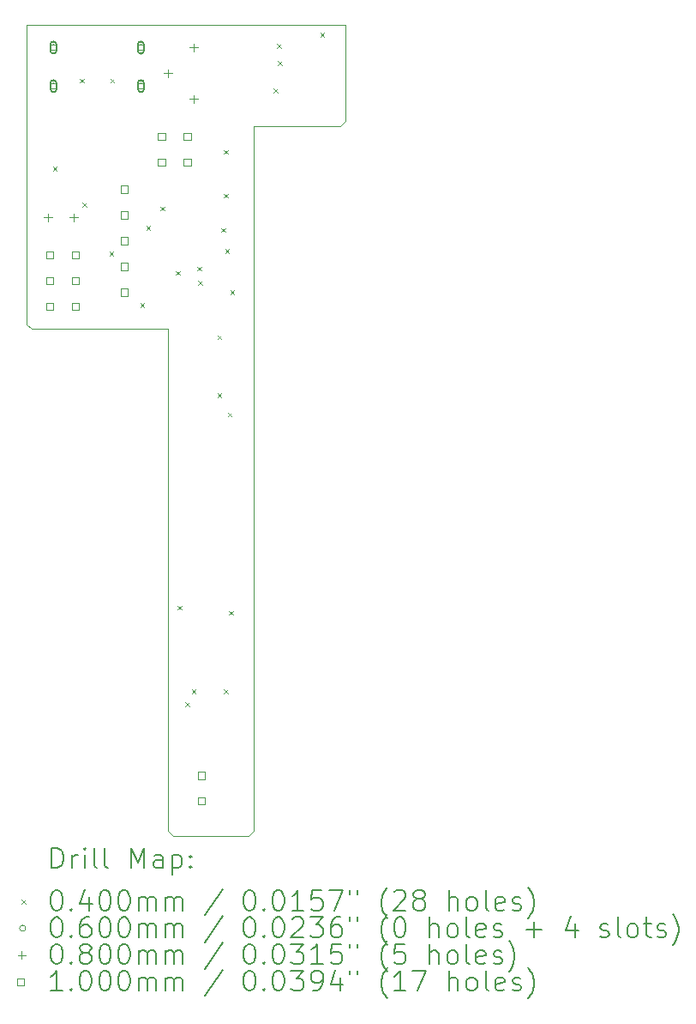
<source format=gbr>
%TF.GenerationSoftware,KiCad,Pcbnew,(6.0.10-0)*%
%TF.CreationDate,2023-11-26T23:43:02+09:00*%
%TF.ProjectId,AutoFeeder_Drum-type,4175746f-4665-4656-9465-725f4472756d,01*%
%TF.SameCoordinates,Original*%
%TF.FileFunction,Drillmap*%
%TF.FilePolarity,Positive*%
%FSLAX45Y45*%
G04 Gerber Fmt 4.5, Leading zero omitted, Abs format (unit mm)*
G04 Created by KiCad (PCBNEW (6.0.10-0)) date 2023-11-26 23:43:02*
%MOMM*%
%LPD*%
G01*
G04 APERTURE LIST*
%ADD10C,0.100000*%
%ADD11C,0.200000*%
%ADD12C,0.040000*%
%ADD13C,0.060000*%
%ADD14C,0.080000*%
G04 APERTURE END LIST*
D10*
X13650000Y-6000000D02*
X16800000Y-6000000D01*
X16800000Y-6000000D02*
X16800000Y-6950000D01*
X15900000Y-7000000D02*
X15900000Y-13950000D01*
X13700000Y-9000000D02*
X15050000Y-9000000D01*
X16750000Y-7000000D02*
X15900000Y-7000000D01*
X15050000Y-13950000D02*
X15100000Y-14000000D01*
X15850000Y-14000000D02*
X15900000Y-13950000D01*
X15100000Y-14000000D02*
X15850000Y-14000000D01*
X15050000Y-9000000D02*
X15050000Y-13950000D01*
X16750000Y-7000000D02*
X16800000Y-6950000D01*
X13650000Y-8950000D02*
X13700000Y-9000000D01*
X13650000Y-6000000D02*
X13650000Y-8950000D01*
D11*
D12*
X13911900Y-7396800D02*
X13951900Y-7436800D01*
X13951900Y-7396800D02*
X13911900Y-7436800D01*
X14178600Y-6530000D02*
X14218600Y-6570000D01*
X14218600Y-6530000D02*
X14178600Y-6570000D01*
X14204000Y-7752400D02*
X14244000Y-7792400D01*
X14244000Y-7752400D02*
X14204000Y-7792400D01*
X14470700Y-8235000D02*
X14510700Y-8275000D01*
X14510700Y-8235000D02*
X14470700Y-8275000D01*
X14480000Y-6530000D02*
X14520000Y-6570000D01*
X14520000Y-6530000D02*
X14480000Y-6570000D01*
X14775500Y-8743000D02*
X14815500Y-8783000D01*
X14815500Y-8743000D02*
X14775500Y-8783000D01*
X14835688Y-7984150D02*
X14875688Y-8024150D01*
X14875688Y-7984150D02*
X14835688Y-8024150D01*
X14972500Y-7790500D02*
X15012500Y-7830500D01*
X15012500Y-7790500D02*
X14972500Y-7830500D01*
X15127350Y-8425500D02*
X15167350Y-8465500D01*
X15167350Y-8425500D02*
X15127350Y-8465500D01*
X15147600Y-11727500D02*
X15187600Y-11767500D01*
X15187600Y-11727500D02*
X15147600Y-11767500D01*
X15220000Y-12680000D02*
X15260000Y-12720000D01*
X15260000Y-12680000D02*
X15220000Y-12720000D01*
X15283500Y-12553000D02*
X15323500Y-12593000D01*
X15323500Y-12553000D02*
X15283500Y-12593000D01*
X15338020Y-8383680D02*
X15378020Y-8423680D01*
X15378020Y-8383680D02*
X15338020Y-8423680D01*
X15349784Y-8524316D02*
X15389784Y-8564316D01*
X15389784Y-8524316D02*
X15349784Y-8564316D01*
X15537500Y-9060500D02*
X15577500Y-9100500D01*
X15577500Y-9060500D02*
X15537500Y-9100500D01*
X15537500Y-9632000D02*
X15577500Y-9672000D01*
X15577500Y-9632000D02*
X15537500Y-9672000D01*
X15578923Y-8001644D02*
X15618923Y-8041644D01*
X15618923Y-8001644D02*
X15578923Y-8041644D01*
X15601000Y-7231700D02*
X15641000Y-7271700D01*
X15641000Y-7231700D02*
X15601000Y-7271700D01*
X15601000Y-12553000D02*
X15641000Y-12593000D01*
X15641000Y-12553000D02*
X15601000Y-12593000D01*
X15602875Y-7663500D02*
X15642875Y-7703500D01*
X15642875Y-7663500D02*
X15602875Y-7703500D01*
X15613700Y-8209600D02*
X15653700Y-8249600D01*
X15653700Y-8209600D02*
X15613700Y-8249600D01*
X15639100Y-9822500D02*
X15679100Y-9862500D01*
X15679100Y-9822500D02*
X15639100Y-9862500D01*
X15651800Y-11778300D02*
X15691800Y-11818300D01*
X15691800Y-11778300D02*
X15651800Y-11818300D01*
X15664500Y-8616000D02*
X15704500Y-8656000D01*
X15704500Y-8616000D02*
X15664500Y-8656000D01*
X16089900Y-6628500D02*
X16129900Y-6668500D01*
X16129900Y-6628500D02*
X16089900Y-6668500D01*
X16127000Y-6185000D02*
X16167000Y-6225000D01*
X16167000Y-6185000D02*
X16127000Y-6225000D01*
X16134400Y-6355400D02*
X16174400Y-6395400D01*
X16174400Y-6355400D02*
X16134400Y-6395400D01*
X16553500Y-6076000D02*
X16593500Y-6116000D01*
X16593500Y-6076000D02*
X16553500Y-6116000D01*
D13*
X13949000Y-6223000D02*
G75*
G03*
X13949000Y-6223000I-30000J0D01*
G01*
D11*
X13889000Y-6193000D02*
X13889000Y-6253000D01*
X13949000Y-6193000D02*
X13949000Y-6253000D01*
X13889000Y-6253000D02*
G75*
G03*
X13949000Y-6253000I30000J0D01*
G01*
X13949000Y-6193000D02*
G75*
G03*
X13889000Y-6193000I-30000J0D01*
G01*
D13*
X13949000Y-6603000D02*
G75*
G03*
X13949000Y-6603000I-30000J0D01*
G01*
D11*
X13889000Y-6573000D02*
X13889000Y-6633000D01*
X13949000Y-6573000D02*
X13949000Y-6633000D01*
X13889000Y-6633000D02*
G75*
G03*
X13949000Y-6633000I30000J0D01*
G01*
X13949000Y-6573000D02*
G75*
G03*
X13889000Y-6573000I-30000J0D01*
G01*
D13*
X14813000Y-6223000D02*
G75*
G03*
X14813000Y-6223000I-30000J0D01*
G01*
D11*
X14753000Y-6193000D02*
X14753000Y-6253000D01*
X14813000Y-6193000D02*
X14813000Y-6253000D01*
X14753000Y-6253000D02*
G75*
G03*
X14813000Y-6253000I30000J0D01*
G01*
X14813000Y-6193000D02*
G75*
G03*
X14753000Y-6193000I-30000J0D01*
G01*
D13*
X14813000Y-6603000D02*
G75*
G03*
X14813000Y-6603000I-30000J0D01*
G01*
D11*
X14753000Y-6573000D02*
X14753000Y-6633000D01*
X14813000Y-6573000D02*
X14813000Y-6633000D01*
X14753000Y-6633000D02*
G75*
G03*
X14813000Y-6633000I30000J0D01*
G01*
X14813000Y-6573000D02*
G75*
G03*
X14753000Y-6573000I-30000J0D01*
G01*
D14*
X13866400Y-7859400D02*
X13866400Y-7939400D01*
X13826400Y-7899400D02*
X13906400Y-7899400D01*
X14120400Y-7859400D02*
X14120400Y-7939400D01*
X14080400Y-7899400D02*
X14160400Y-7899400D01*
X15049500Y-6437000D02*
X15049500Y-6517000D01*
X15009500Y-6477000D02*
X15089500Y-6477000D01*
X15303500Y-6183000D02*
X15303500Y-6263000D01*
X15263500Y-6223000D02*
X15343500Y-6223000D01*
X15303500Y-6691000D02*
X15303500Y-6771000D01*
X15263500Y-6731000D02*
X15343500Y-6731000D01*
D10*
X13916456Y-8303056D02*
X13916456Y-8232344D01*
X13845744Y-8232344D01*
X13845744Y-8303056D01*
X13916456Y-8303056D01*
X13916456Y-8557056D02*
X13916456Y-8486344D01*
X13845744Y-8486344D01*
X13845744Y-8557056D01*
X13916456Y-8557056D01*
X13916456Y-8811056D02*
X13916456Y-8740344D01*
X13845744Y-8740344D01*
X13845744Y-8811056D01*
X13916456Y-8811056D01*
X14170456Y-8303056D02*
X14170456Y-8232344D01*
X14099744Y-8232344D01*
X14099744Y-8303056D01*
X14170456Y-8303056D01*
X14170456Y-8557056D02*
X14170456Y-8486344D01*
X14099744Y-8486344D01*
X14099744Y-8557056D01*
X14170456Y-8557056D01*
X14170456Y-8811056D02*
X14170456Y-8740344D01*
X14099744Y-8740344D01*
X14099744Y-8811056D01*
X14170456Y-8811056D01*
X14653056Y-7655356D02*
X14653056Y-7584644D01*
X14582344Y-7584644D01*
X14582344Y-7655356D01*
X14653056Y-7655356D01*
X14653056Y-7909356D02*
X14653056Y-7838644D01*
X14582344Y-7838644D01*
X14582344Y-7909356D01*
X14653056Y-7909356D01*
X14653056Y-8163356D02*
X14653056Y-8092644D01*
X14582344Y-8092644D01*
X14582344Y-8163356D01*
X14653056Y-8163356D01*
X14653056Y-8417356D02*
X14653056Y-8346644D01*
X14582344Y-8346644D01*
X14582344Y-8417356D01*
X14653056Y-8417356D01*
X14653056Y-8671356D02*
X14653056Y-8600644D01*
X14582344Y-8600644D01*
X14582344Y-8671356D01*
X14653056Y-8671356D01*
X15021356Y-7134656D02*
X15021356Y-7063944D01*
X14950644Y-7063944D01*
X14950644Y-7134656D01*
X15021356Y-7134656D01*
X15021356Y-7388656D02*
X15021356Y-7317944D01*
X14950644Y-7317944D01*
X14950644Y-7388656D01*
X15021356Y-7388656D01*
X15275356Y-7134656D02*
X15275356Y-7063944D01*
X15204644Y-7063944D01*
X15204644Y-7134656D01*
X15275356Y-7134656D01*
X15275356Y-7388656D02*
X15275356Y-7317944D01*
X15204644Y-7317944D01*
X15204644Y-7388656D01*
X15275356Y-7388656D01*
X15413356Y-13437856D02*
X15413356Y-13367144D01*
X15342644Y-13367144D01*
X15342644Y-13437856D01*
X15413356Y-13437856D01*
X15413356Y-13687856D02*
X15413356Y-13617144D01*
X15342644Y-13617144D01*
X15342644Y-13687856D01*
X15413356Y-13687856D01*
D11*
X13902619Y-14315476D02*
X13902619Y-14115476D01*
X13950238Y-14115476D01*
X13978809Y-14125000D01*
X13997857Y-14144048D01*
X14007381Y-14163095D01*
X14016905Y-14201190D01*
X14016905Y-14229762D01*
X14007381Y-14267857D01*
X13997857Y-14286905D01*
X13978809Y-14305952D01*
X13950238Y-14315476D01*
X13902619Y-14315476D01*
X14102619Y-14315476D02*
X14102619Y-14182143D01*
X14102619Y-14220238D02*
X14112143Y-14201190D01*
X14121667Y-14191667D01*
X14140714Y-14182143D01*
X14159762Y-14182143D01*
X14226428Y-14315476D02*
X14226428Y-14182143D01*
X14226428Y-14115476D02*
X14216905Y-14125000D01*
X14226428Y-14134524D01*
X14235952Y-14125000D01*
X14226428Y-14115476D01*
X14226428Y-14134524D01*
X14350238Y-14315476D02*
X14331190Y-14305952D01*
X14321667Y-14286905D01*
X14321667Y-14115476D01*
X14455000Y-14315476D02*
X14435952Y-14305952D01*
X14426428Y-14286905D01*
X14426428Y-14115476D01*
X14683571Y-14315476D02*
X14683571Y-14115476D01*
X14750238Y-14258333D01*
X14816905Y-14115476D01*
X14816905Y-14315476D01*
X14997857Y-14315476D02*
X14997857Y-14210714D01*
X14988333Y-14191667D01*
X14969286Y-14182143D01*
X14931190Y-14182143D01*
X14912143Y-14191667D01*
X14997857Y-14305952D02*
X14978809Y-14315476D01*
X14931190Y-14315476D01*
X14912143Y-14305952D01*
X14902619Y-14286905D01*
X14902619Y-14267857D01*
X14912143Y-14248809D01*
X14931190Y-14239286D01*
X14978809Y-14239286D01*
X14997857Y-14229762D01*
X15093095Y-14182143D02*
X15093095Y-14382143D01*
X15093095Y-14191667D02*
X15112143Y-14182143D01*
X15150238Y-14182143D01*
X15169286Y-14191667D01*
X15178809Y-14201190D01*
X15188333Y-14220238D01*
X15188333Y-14277381D01*
X15178809Y-14296428D01*
X15169286Y-14305952D01*
X15150238Y-14315476D01*
X15112143Y-14315476D01*
X15093095Y-14305952D01*
X15274048Y-14296428D02*
X15283571Y-14305952D01*
X15274048Y-14315476D01*
X15264524Y-14305952D01*
X15274048Y-14296428D01*
X15274048Y-14315476D01*
X15274048Y-14191667D02*
X15283571Y-14201190D01*
X15274048Y-14210714D01*
X15264524Y-14201190D01*
X15274048Y-14191667D01*
X15274048Y-14210714D01*
D12*
X13605000Y-14625000D02*
X13645000Y-14665000D01*
X13645000Y-14625000D02*
X13605000Y-14665000D01*
D11*
X13940714Y-14535476D02*
X13959762Y-14535476D01*
X13978809Y-14545000D01*
X13988333Y-14554524D01*
X13997857Y-14573571D01*
X14007381Y-14611667D01*
X14007381Y-14659286D01*
X13997857Y-14697381D01*
X13988333Y-14716428D01*
X13978809Y-14725952D01*
X13959762Y-14735476D01*
X13940714Y-14735476D01*
X13921667Y-14725952D01*
X13912143Y-14716428D01*
X13902619Y-14697381D01*
X13893095Y-14659286D01*
X13893095Y-14611667D01*
X13902619Y-14573571D01*
X13912143Y-14554524D01*
X13921667Y-14545000D01*
X13940714Y-14535476D01*
X14093095Y-14716428D02*
X14102619Y-14725952D01*
X14093095Y-14735476D01*
X14083571Y-14725952D01*
X14093095Y-14716428D01*
X14093095Y-14735476D01*
X14274048Y-14602143D02*
X14274048Y-14735476D01*
X14226428Y-14525952D02*
X14178809Y-14668809D01*
X14302619Y-14668809D01*
X14416905Y-14535476D02*
X14435952Y-14535476D01*
X14455000Y-14545000D01*
X14464524Y-14554524D01*
X14474048Y-14573571D01*
X14483571Y-14611667D01*
X14483571Y-14659286D01*
X14474048Y-14697381D01*
X14464524Y-14716428D01*
X14455000Y-14725952D01*
X14435952Y-14735476D01*
X14416905Y-14735476D01*
X14397857Y-14725952D01*
X14388333Y-14716428D01*
X14378809Y-14697381D01*
X14369286Y-14659286D01*
X14369286Y-14611667D01*
X14378809Y-14573571D01*
X14388333Y-14554524D01*
X14397857Y-14545000D01*
X14416905Y-14535476D01*
X14607381Y-14535476D02*
X14626428Y-14535476D01*
X14645476Y-14545000D01*
X14655000Y-14554524D01*
X14664524Y-14573571D01*
X14674048Y-14611667D01*
X14674048Y-14659286D01*
X14664524Y-14697381D01*
X14655000Y-14716428D01*
X14645476Y-14725952D01*
X14626428Y-14735476D01*
X14607381Y-14735476D01*
X14588333Y-14725952D01*
X14578809Y-14716428D01*
X14569286Y-14697381D01*
X14559762Y-14659286D01*
X14559762Y-14611667D01*
X14569286Y-14573571D01*
X14578809Y-14554524D01*
X14588333Y-14545000D01*
X14607381Y-14535476D01*
X14759762Y-14735476D02*
X14759762Y-14602143D01*
X14759762Y-14621190D02*
X14769286Y-14611667D01*
X14788333Y-14602143D01*
X14816905Y-14602143D01*
X14835952Y-14611667D01*
X14845476Y-14630714D01*
X14845476Y-14735476D01*
X14845476Y-14630714D02*
X14855000Y-14611667D01*
X14874048Y-14602143D01*
X14902619Y-14602143D01*
X14921667Y-14611667D01*
X14931190Y-14630714D01*
X14931190Y-14735476D01*
X15026428Y-14735476D02*
X15026428Y-14602143D01*
X15026428Y-14621190D02*
X15035952Y-14611667D01*
X15055000Y-14602143D01*
X15083571Y-14602143D01*
X15102619Y-14611667D01*
X15112143Y-14630714D01*
X15112143Y-14735476D01*
X15112143Y-14630714D02*
X15121667Y-14611667D01*
X15140714Y-14602143D01*
X15169286Y-14602143D01*
X15188333Y-14611667D01*
X15197857Y-14630714D01*
X15197857Y-14735476D01*
X15588333Y-14525952D02*
X15416905Y-14783095D01*
X15845476Y-14535476D02*
X15864524Y-14535476D01*
X15883571Y-14545000D01*
X15893095Y-14554524D01*
X15902619Y-14573571D01*
X15912143Y-14611667D01*
X15912143Y-14659286D01*
X15902619Y-14697381D01*
X15893095Y-14716428D01*
X15883571Y-14725952D01*
X15864524Y-14735476D01*
X15845476Y-14735476D01*
X15826428Y-14725952D01*
X15816905Y-14716428D01*
X15807381Y-14697381D01*
X15797857Y-14659286D01*
X15797857Y-14611667D01*
X15807381Y-14573571D01*
X15816905Y-14554524D01*
X15826428Y-14545000D01*
X15845476Y-14535476D01*
X15997857Y-14716428D02*
X16007381Y-14725952D01*
X15997857Y-14735476D01*
X15988333Y-14725952D01*
X15997857Y-14716428D01*
X15997857Y-14735476D01*
X16131190Y-14535476D02*
X16150238Y-14535476D01*
X16169286Y-14545000D01*
X16178809Y-14554524D01*
X16188333Y-14573571D01*
X16197857Y-14611667D01*
X16197857Y-14659286D01*
X16188333Y-14697381D01*
X16178809Y-14716428D01*
X16169286Y-14725952D01*
X16150238Y-14735476D01*
X16131190Y-14735476D01*
X16112143Y-14725952D01*
X16102619Y-14716428D01*
X16093095Y-14697381D01*
X16083571Y-14659286D01*
X16083571Y-14611667D01*
X16093095Y-14573571D01*
X16102619Y-14554524D01*
X16112143Y-14545000D01*
X16131190Y-14535476D01*
X16388333Y-14735476D02*
X16274048Y-14735476D01*
X16331190Y-14735476D02*
X16331190Y-14535476D01*
X16312143Y-14564048D01*
X16293095Y-14583095D01*
X16274048Y-14592619D01*
X16569286Y-14535476D02*
X16474048Y-14535476D01*
X16464524Y-14630714D01*
X16474048Y-14621190D01*
X16493095Y-14611667D01*
X16540714Y-14611667D01*
X16559762Y-14621190D01*
X16569286Y-14630714D01*
X16578809Y-14649762D01*
X16578809Y-14697381D01*
X16569286Y-14716428D01*
X16559762Y-14725952D01*
X16540714Y-14735476D01*
X16493095Y-14735476D01*
X16474048Y-14725952D01*
X16464524Y-14716428D01*
X16645476Y-14535476D02*
X16778810Y-14535476D01*
X16693095Y-14735476D01*
X16845476Y-14535476D02*
X16845476Y-14573571D01*
X16921667Y-14535476D02*
X16921667Y-14573571D01*
X17216905Y-14811667D02*
X17207381Y-14802143D01*
X17188333Y-14773571D01*
X17178810Y-14754524D01*
X17169286Y-14725952D01*
X17159762Y-14678333D01*
X17159762Y-14640238D01*
X17169286Y-14592619D01*
X17178810Y-14564048D01*
X17188333Y-14545000D01*
X17207381Y-14516428D01*
X17216905Y-14506905D01*
X17283571Y-14554524D02*
X17293095Y-14545000D01*
X17312143Y-14535476D01*
X17359762Y-14535476D01*
X17378810Y-14545000D01*
X17388333Y-14554524D01*
X17397857Y-14573571D01*
X17397857Y-14592619D01*
X17388333Y-14621190D01*
X17274048Y-14735476D01*
X17397857Y-14735476D01*
X17512143Y-14621190D02*
X17493095Y-14611667D01*
X17483571Y-14602143D01*
X17474048Y-14583095D01*
X17474048Y-14573571D01*
X17483571Y-14554524D01*
X17493095Y-14545000D01*
X17512143Y-14535476D01*
X17550238Y-14535476D01*
X17569286Y-14545000D01*
X17578810Y-14554524D01*
X17588333Y-14573571D01*
X17588333Y-14583095D01*
X17578810Y-14602143D01*
X17569286Y-14611667D01*
X17550238Y-14621190D01*
X17512143Y-14621190D01*
X17493095Y-14630714D01*
X17483571Y-14640238D01*
X17474048Y-14659286D01*
X17474048Y-14697381D01*
X17483571Y-14716428D01*
X17493095Y-14725952D01*
X17512143Y-14735476D01*
X17550238Y-14735476D01*
X17569286Y-14725952D01*
X17578810Y-14716428D01*
X17588333Y-14697381D01*
X17588333Y-14659286D01*
X17578810Y-14640238D01*
X17569286Y-14630714D01*
X17550238Y-14621190D01*
X17826429Y-14735476D02*
X17826429Y-14535476D01*
X17912143Y-14735476D02*
X17912143Y-14630714D01*
X17902619Y-14611667D01*
X17883571Y-14602143D01*
X17855000Y-14602143D01*
X17835952Y-14611667D01*
X17826429Y-14621190D01*
X18035952Y-14735476D02*
X18016905Y-14725952D01*
X18007381Y-14716428D01*
X17997857Y-14697381D01*
X17997857Y-14640238D01*
X18007381Y-14621190D01*
X18016905Y-14611667D01*
X18035952Y-14602143D01*
X18064524Y-14602143D01*
X18083571Y-14611667D01*
X18093095Y-14621190D01*
X18102619Y-14640238D01*
X18102619Y-14697381D01*
X18093095Y-14716428D01*
X18083571Y-14725952D01*
X18064524Y-14735476D01*
X18035952Y-14735476D01*
X18216905Y-14735476D02*
X18197857Y-14725952D01*
X18188333Y-14706905D01*
X18188333Y-14535476D01*
X18369286Y-14725952D02*
X18350238Y-14735476D01*
X18312143Y-14735476D01*
X18293095Y-14725952D01*
X18283571Y-14706905D01*
X18283571Y-14630714D01*
X18293095Y-14611667D01*
X18312143Y-14602143D01*
X18350238Y-14602143D01*
X18369286Y-14611667D01*
X18378810Y-14630714D01*
X18378810Y-14649762D01*
X18283571Y-14668809D01*
X18455000Y-14725952D02*
X18474048Y-14735476D01*
X18512143Y-14735476D01*
X18531190Y-14725952D01*
X18540714Y-14706905D01*
X18540714Y-14697381D01*
X18531190Y-14678333D01*
X18512143Y-14668809D01*
X18483571Y-14668809D01*
X18464524Y-14659286D01*
X18455000Y-14640238D01*
X18455000Y-14630714D01*
X18464524Y-14611667D01*
X18483571Y-14602143D01*
X18512143Y-14602143D01*
X18531190Y-14611667D01*
X18607381Y-14811667D02*
X18616905Y-14802143D01*
X18635952Y-14773571D01*
X18645476Y-14754524D01*
X18655000Y-14725952D01*
X18664524Y-14678333D01*
X18664524Y-14640238D01*
X18655000Y-14592619D01*
X18645476Y-14564048D01*
X18635952Y-14545000D01*
X18616905Y-14516428D01*
X18607381Y-14506905D01*
D13*
X13645000Y-14909000D02*
G75*
G03*
X13645000Y-14909000I-30000J0D01*
G01*
D11*
X13940714Y-14799476D02*
X13959762Y-14799476D01*
X13978809Y-14809000D01*
X13988333Y-14818524D01*
X13997857Y-14837571D01*
X14007381Y-14875667D01*
X14007381Y-14923286D01*
X13997857Y-14961381D01*
X13988333Y-14980428D01*
X13978809Y-14989952D01*
X13959762Y-14999476D01*
X13940714Y-14999476D01*
X13921667Y-14989952D01*
X13912143Y-14980428D01*
X13902619Y-14961381D01*
X13893095Y-14923286D01*
X13893095Y-14875667D01*
X13902619Y-14837571D01*
X13912143Y-14818524D01*
X13921667Y-14809000D01*
X13940714Y-14799476D01*
X14093095Y-14980428D02*
X14102619Y-14989952D01*
X14093095Y-14999476D01*
X14083571Y-14989952D01*
X14093095Y-14980428D01*
X14093095Y-14999476D01*
X14274048Y-14799476D02*
X14235952Y-14799476D01*
X14216905Y-14809000D01*
X14207381Y-14818524D01*
X14188333Y-14847095D01*
X14178809Y-14885190D01*
X14178809Y-14961381D01*
X14188333Y-14980428D01*
X14197857Y-14989952D01*
X14216905Y-14999476D01*
X14255000Y-14999476D01*
X14274048Y-14989952D01*
X14283571Y-14980428D01*
X14293095Y-14961381D01*
X14293095Y-14913762D01*
X14283571Y-14894714D01*
X14274048Y-14885190D01*
X14255000Y-14875667D01*
X14216905Y-14875667D01*
X14197857Y-14885190D01*
X14188333Y-14894714D01*
X14178809Y-14913762D01*
X14416905Y-14799476D02*
X14435952Y-14799476D01*
X14455000Y-14809000D01*
X14464524Y-14818524D01*
X14474048Y-14837571D01*
X14483571Y-14875667D01*
X14483571Y-14923286D01*
X14474048Y-14961381D01*
X14464524Y-14980428D01*
X14455000Y-14989952D01*
X14435952Y-14999476D01*
X14416905Y-14999476D01*
X14397857Y-14989952D01*
X14388333Y-14980428D01*
X14378809Y-14961381D01*
X14369286Y-14923286D01*
X14369286Y-14875667D01*
X14378809Y-14837571D01*
X14388333Y-14818524D01*
X14397857Y-14809000D01*
X14416905Y-14799476D01*
X14607381Y-14799476D02*
X14626428Y-14799476D01*
X14645476Y-14809000D01*
X14655000Y-14818524D01*
X14664524Y-14837571D01*
X14674048Y-14875667D01*
X14674048Y-14923286D01*
X14664524Y-14961381D01*
X14655000Y-14980428D01*
X14645476Y-14989952D01*
X14626428Y-14999476D01*
X14607381Y-14999476D01*
X14588333Y-14989952D01*
X14578809Y-14980428D01*
X14569286Y-14961381D01*
X14559762Y-14923286D01*
X14559762Y-14875667D01*
X14569286Y-14837571D01*
X14578809Y-14818524D01*
X14588333Y-14809000D01*
X14607381Y-14799476D01*
X14759762Y-14999476D02*
X14759762Y-14866143D01*
X14759762Y-14885190D02*
X14769286Y-14875667D01*
X14788333Y-14866143D01*
X14816905Y-14866143D01*
X14835952Y-14875667D01*
X14845476Y-14894714D01*
X14845476Y-14999476D01*
X14845476Y-14894714D02*
X14855000Y-14875667D01*
X14874048Y-14866143D01*
X14902619Y-14866143D01*
X14921667Y-14875667D01*
X14931190Y-14894714D01*
X14931190Y-14999476D01*
X15026428Y-14999476D02*
X15026428Y-14866143D01*
X15026428Y-14885190D02*
X15035952Y-14875667D01*
X15055000Y-14866143D01*
X15083571Y-14866143D01*
X15102619Y-14875667D01*
X15112143Y-14894714D01*
X15112143Y-14999476D01*
X15112143Y-14894714D02*
X15121667Y-14875667D01*
X15140714Y-14866143D01*
X15169286Y-14866143D01*
X15188333Y-14875667D01*
X15197857Y-14894714D01*
X15197857Y-14999476D01*
X15588333Y-14789952D02*
X15416905Y-15047095D01*
X15845476Y-14799476D02*
X15864524Y-14799476D01*
X15883571Y-14809000D01*
X15893095Y-14818524D01*
X15902619Y-14837571D01*
X15912143Y-14875667D01*
X15912143Y-14923286D01*
X15902619Y-14961381D01*
X15893095Y-14980428D01*
X15883571Y-14989952D01*
X15864524Y-14999476D01*
X15845476Y-14999476D01*
X15826428Y-14989952D01*
X15816905Y-14980428D01*
X15807381Y-14961381D01*
X15797857Y-14923286D01*
X15797857Y-14875667D01*
X15807381Y-14837571D01*
X15816905Y-14818524D01*
X15826428Y-14809000D01*
X15845476Y-14799476D01*
X15997857Y-14980428D02*
X16007381Y-14989952D01*
X15997857Y-14999476D01*
X15988333Y-14989952D01*
X15997857Y-14980428D01*
X15997857Y-14999476D01*
X16131190Y-14799476D02*
X16150238Y-14799476D01*
X16169286Y-14809000D01*
X16178809Y-14818524D01*
X16188333Y-14837571D01*
X16197857Y-14875667D01*
X16197857Y-14923286D01*
X16188333Y-14961381D01*
X16178809Y-14980428D01*
X16169286Y-14989952D01*
X16150238Y-14999476D01*
X16131190Y-14999476D01*
X16112143Y-14989952D01*
X16102619Y-14980428D01*
X16093095Y-14961381D01*
X16083571Y-14923286D01*
X16083571Y-14875667D01*
X16093095Y-14837571D01*
X16102619Y-14818524D01*
X16112143Y-14809000D01*
X16131190Y-14799476D01*
X16274048Y-14818524D02*
X16283571Y-14809000D01*
X16302619Y-14799476D01*
X16350238Y-14799476D01*
X16369286Y-14809000D01*
X16378809Y-14818524D01*
X16388333Y-14837571D01*
X16388333Y-14856619D01*
X16378809Y-14885190D01*
X16264524Y-14999476D01*
X16388333Y-14999476D01*
X16455000Y-14799476D02*
X16578809Y-14799476D01*
X16512143Y-14875667D01*
X16540714Y-14875667D01*
X16559762Y-14885190D01*
X16569286Y-14894714D01*
X16578809Y-14913762D01*
X16578809Y-14961381D01*
X16569286Y-14980428D01*
X16559762Y-14989952D01*
X16540714Y-14999476D01*
X16483571Y-14999476D01*
X16464524Y-14989952D01*
X16455000Y-14980428D01*
X16750238Y-14799476D02*
X16712143Y-14799476D01*
X16693095Y-14809000D01*
X16683571Y-14818524D01*
X16664524Y-14847095D01*
X16655000Y-14885190D01*
X16655000Y-14961381D01*
X16664524Y-14980428D01*
X16674048Y-14989952D01*
X16693095Y-14999476D01*
X16731190Y-14999476D01*
X16750238Y-14989952D01*
X16759762Y-14980428D01*
X16769286Y-14961381D01*
X16769286Y-14913762D01*
X16759762Y-14894714D01*
X16750238Y-14885190D01*
X16731190Y-14875667D01*
X16693095Y-14875667D01*
X16674048Y-14885190D01*
X16664524Y-14894714D01*
X16655000Y-14913762D01*
X16845476Y-14799476D02*
X16845476Y-14837571D01*
X16921667Y-14799476D02*
X16921667Y-14837571D01*
X17216905Y-15075667D02*
X17207381Y-15066143D01*
X17188333Y-15037571D01*
X17178810Y-15018524D01*
X17169286Y-14989952D01*
X17159762Y-14942333D01*
X17159762Y-14904238D01*
X17169286Y-14856619D01*
X17178810Y-14828048D01*
X17188333Y-14809000D01*
X17207381Y-14780428D01*
X17216905Y-14770905D01*
X17331190Y-14799476D02*
X17350238Y-14799476D01*
X17369286Y-14809000D01*
X17378810Y-14818524D01*
X17388333Y-14837571D01*
X17397857Y-14875667D01*
X17397857Y-14923286D01*
X17388333Y-14961381D01*
X17378810Y-14980428D01*
X17369286Y-14989952D01*
X17350238Y-14999476D01*
X17331190Y-14999476D01*
X17312143Y-14989952D01*
X17302619Y-14980428D01*
X17293095Y-14961381D01*
X17283571Y-14923286D01*
X17283571Y-14875667D01*
X17293095Y-14837571D01*
X17302619Y-14818524D01*
X17312143Y-14809000D01*
X17331190Y-14799476D01*
X17635952Y-14999476D02*
X17635952Y-14799476D01*
X17721667Y-14999476D02*
X17721667Y-14894714D01*
X17712143Y-14875667D01*
X17693095Y-14866143D01*
X17664524Y-14866143D01*
X17645476Y-14875667D01*
X17635952Y-14885190D01*
X17845476Y-14999476D02*
X17826429Y-14989952D01*
X17816905Y-14980428D01*
X17807381Y-14961381D01*
X17807381Y-14904238D01*
X17816905Y-14885190D01*
X17826429Y-14875667D01*
X17845476Y-14866143D01*
X17874048Y-14866143D01*
X17893095Y-14875667D01*
X17902619Y-14885190D01*
X17912143Y-14904238D01*
X17912143Y-14961381D01*
X17902619Y-14980428D01*
X17893095Y-14989952D01*
X17874048Y-14999476D01*
X17845476Y-14999476D01*
X18026429Y-14999476D02*
X18007381Y-14989952D01*
X17997857Y-14970905D01*
X17997857Y-14799476D01*
X18178810Y-14989952D02*
X18159762Y-14999476D01*
X18121667Y-14999476D01*
X18102619Y-14989952D01*
X18093095Y-14970905D01*
X18093095Y-14894714D01*
X18102619Y-14875667D01*
X18121667Y-14866143D01*
X18159762Y-14866143D01*
X18178810Y-14875667D01*
X18188333Y-14894714D01*
X18188333Y-14913762D01*
X18093095Y-14932809D01*
X18264524Y-14989952D02*
X18283571Y-14999476D01*
X18321667Y-14999476D01*
X18340714Y-14989952D01*
X18350238Y-14970905D01*
X18350238Y-14961381D01*
X18340714Y-14942333D01*
X18321667Y-14932809D01*
X18293095Y-14932809D01*
X18274048Y-14923286D01*
X18264524Y-14904238D01*
X18264524Y-14894714D01*
X18274048Y-14875667D01*
X18293095Y-14866143D01*
X18321667Y-14866143D01*
X18340714Y-14875667D01*
X18588333Y-14923286D02*
X18740714Y-14923286D01*
X18664524Y-14999476D02*
X18664524Y-14847095D01*
X19074048Y-14866143D02*
X19074048Y-14999476D01*
X19026429Y-14789952D02*
X18978810Y-14932809D01*
X19102619Y-14932809D01*
X19321667Y-14989952D02*
X19340714Y-14999476D01*
X19378810Y-14999476D01*
X19397857Y-14989952D01*
X19407381Y-14970905D01*
X19407381Y-14961381D01*
X19397857Y-14942333D01*
X19378810Y-14932809D01*
X19350238Y-14932809D01*
X19331190Y-14923286D01*
X19321667Y-14904238D01*
X19321667Y-14894714D01*
X19331190Y-14875667D01*
X19350238Y-14866143D01*
X19378810Y-14866143D01*
X19397857Y-14875667D01*
X19521667Y-14999476D02*
X19502619Y-14989952D01*
X19493095Y-14970905D01*
X19493095Y-14799476D01*
X19626429Y-14999476D02*
X19607381Y-14989952D01*
X19597857Y-14980428D01*
X19588333Y-14961381D01*
X19588333Y-14904238D01*
X19597857Y-14885190D01*
X19607381Y-14875667D01*
X19626429Y-14866143D01*
X19655000Y-14866143D01*
X19674048Y-14875667D01*
X19683571Y-14885190D01*
X19693095Y-14904238D01*
X19693095Y-14961381D01*
X19683571Y-14980428D01*
X19674048Y-14989952D01*
X19655000Y-14999476D01*
X19626429Y-14999476D01*
X19750238Y-14866143D02*
X19826429Y-14866143D01*
X19778810Y-14799476D02*
X19778810Y-14970905D01*
X19788333Y-14989952D01*
X19807381Y-14999476D01*
X19826429Y-14999476D01*
X19883571Y-14989952D02*
X19902619Y-14999476D01*
X19940714Y-14999476D01*
X19959762Y-14989952D01*
X19969286Y-14970905D01*
X19969286Y-14961381D01*
X19959762Y-14942333D01*
X19940714Y-14932809D01*
X19912143Y-14932809D01*
X19893095Y-14923286D01*
X19883571Y-14904238D01*
X19883571Y-14894714D01*
X19893095Y-14875667D01*
X19912143Y-14866143D01*
X19940714Y-14866143D01*
X19959762Y-14875667D01*
X20035952Y-15075667D02*
X20045476Y-15066143D01*
X20064524Y-15037571D01*
X20074048Y-15018524D01*
X20083571Y-14989952D01*
X20093095Y-14942333D01*
X20093095Y-14904238D01*
X20083571Y-14856619D01*
X20074048Y-14828048D01*
X20064524Y-14809000D01*
X20045476Y-14780428D01*
X20035952Y-14770905D01*
D14*
X13605000Y-15133000D02*
X13605000Y-15213000D01*
X13565000Y-15173000D02*
X13645000Y-15173000D01*
D11*
X13940714Y-15063476D02*
X13959762Y-15063476D01*
X13978809Y-15073000D01*
X13988333Y-15082524D01*
X13997857Y-15101571D01*
X14007381Y-15139667D01*
X14007381Y-15187286D01*
X13997857Y-15225381D01*
X13988333Y-15244428D01*
X13978809Y-15253952D01*
X13959762Y-15263476D01*
X13940714Y-15263476D01*
X13921667Y-15253952D01*
X13912143Y-15244428D01*
X13902619Y-15225381D01*
X13893095Y-15187286D01*
X13893095Y-15139667D01*
X13902619Y-15101571D01*
X13912143Y-15082524D01*
X13921667Y-15073000D01*
X13940714Y-15063476D01*
X14093095Y-15244428D02*
X14102619Y-15253952D01*
X14093095Y-15263476D01*
X14083571Y-15253952D01*
X14093095Y-15244428D01*
X14093095Y-15263476D01*
X14216905Y-15149190D02*
X14197857Y-15139667D01*
X14188333Y-15130143D01*
X14178809Y-15111095D01*
X14178809Y-15101571D01*
X14188333Y-15082524D01*
X14197857Y-15073000D01*
X14216905Y-15063476D01*
X14255000Y-15063476D01*
X14274048Y-15073000D01*
X14283571Y-15082524D01*
X14293095Y-15101571D01*
X14293095Y-15111095D01*
X14283571Y-15130143D01*
X14274048Y-15139667D01*
X14255000Y-15149190D01*
X14216905Y-15149190D01*
X14197857Y-15158714D01*
X14188333Y-15168238D01*
X14178809Y-15187286D01*
X14178809Y-15225381D01*
X14188333Y-15244428D01*
X14197857Y-15253952D01*
X14216905Y-15263476D01*
X14255000Y-15263476D01*
X14274048Y-15253952D01*
X14283571Y-15244428D01*
X14293095Y-15225381D01*
X14293095Y-15187286D01*
X14283571Y-15168238D01*
X14274048Y-15158714D01*
X14255000Y-15149190D01*
X14416905Y-15063476D02*
X14435952Y-15063476D01*
X14455000Y-15073000D01*
X14464524Y-15082524D01*
X14474048Y-15101571D01*
X14483571Y-15139667D01*
X14483571Y-15187286D01*
X14474048Y-15225381D01*
X14464524Y-15244428D01*
X14455000Y-15253952D01*
X14435952Y-15263476D01*
X14416905Y-15263476D01*
X14397857Y-15253952D01*
X14388333Y-15244428D01*
X14378809Y-15225381D01*
X14369286Y-15187286D01*
X14369286Y-15139667D01*
X14378809Y-15101571D01*
X14388333Y-15082524D01*
X14397857Y-15073000D01*
X14416905Y-15063476D01*
X14607381Y-15063476D02*
X14626428Y-15063476D01*
X14645476Y-15073000D01*
X14655000Y-15082524D01*
X14664524Y-15101571D01*
X14674048Y-15139667D01*
X14674048Y-15187286D01*
X14664524Y-15225381D01*
X14655000Y-15244428D01*
X14645476Y-15253952D01*
X14626428Y-15263476D01*
X14607381Y-15263476D01*
X14588333Y-15253952D01*
X14578809Y-15244428D01*
X14569286Y-15225381D01*
X14559762Y-15187286D01*
X14559762Y-15139667D01*
X14569286Y-15101571D01*
X14578809Y-15082524D01*
X14588333Y-15073000D01*
X14607381Y-15063476D01*
X14759762Y-15263476D02*
X14759762Y-15130143D01*
X14759762Y-15149190D02*
X14769286Y-15139667D01*
X14788333Y-15130143D01*
X14816905Y-15130143D01*
X14835952Y-15139667D01*
X14845476Y-15158714D01*
X14845476Y-15263476D01*
X14845476Y-15158714D02*
X14855000Y-15139667D01*
X14874048Y-15130143D01*
X14902619Y-15130143D01*
X14921667Y-15139667D01*
X14931190Y-15158714D01*
X14931190Y-15263476D01*
X15026428Y-15263476D02*
X15026428Y-15130143D01*
X15026428Y-15149190D02*
X15035952Y-15139667D01*
X15055000Y-15130143D01*
X15083571Y-15130143D01*
X15102619Y-15139667D01*
X15112143Y-15158714D01*
X15112143Y-15263476D01*
X15112143Y-15158714D02*
X15121667Y-15139667D01*
X15140714Y-15130143D01*
X15169286Y-15130143D01*
X15188333Y-15139667D01*
X15197857Y-15158714D01*
X15197857Y-15263476D01*
X15588333Y-15053952D02*
X15416905Y-15311095D01*
X15845476Y-15063476D02*
X15864524Y-15063476D01*
X15883571Y-15073000D01*
X15893095Y-15082524D01*
X15902619Y-15101571D01*
X15912143Y-15139667D01*
X15912143Y-15187286D01*
X15902619Y-15225381D01*
X15893095Y-15244428D01*
X15883571Y-15253952D01*
X15864524Y-15263476D01*
X15845476Y-15263476D01*
X15826428Y-15253952D01*
X15816905Y-15244428D01*
X15807381Y-15225381D01*
X15797857Y-15187286D01*
X15797857Y-15139667D01*
X15807381Y-15101571D01*
X15816905Y-15082524D01*
X15826428Y-15073000D01*
X15845476Y-15063476D01*
X15997857Y-15244428D02*
X16007381Y-15253952D01*
X15997857Y-15263476D01*
X15988333Y-15253952D01*
X15997857Y-15244428D01*
X15997857Y-15263476D01*
X16131190Y-15063476D02*
X16150238Y-15063476D01*
X16169286Y-15073000D01*
X16178809Y-15082524D01*
X16188333Y-15101571D01*
X16197857Y-15139667D01*
X16197857Y-15187286D01*
X16188333Y-15225381D01*
X16178809Y-15244428D01*
X16169286Y-15253952D01*
X16150238Y-15263476D01*
X16131190Y-15263476D01*
X16112143Y-15253952D01*
X16102619Y-15244428D01*
X16093095Y-15225381D01*
X16083571Y-15187286D01*
X16083571Y-15139667D01*
X16093095Y-15101571D01*
X16102619Y-15082524D01*
X16112143Y-15073000D01*
X16131190Y-15063476D01*
X16264524Y-15063476D02*
X16388333Y-15063476D01*
X16321667Y-15139667D01*
X16350238Y-15139667D01*
X16369286Y-15149190D01*
X16378809Y-15158714D01*
X16388333Y-15177762D01*
X16388333Y-15225381D01*
X16378809Y-15244428D01*
X16369286Y-15253952D01*
X16350238Y-15263476D01*
X16293095Y-15263476D01*
X16274048Y-15253952D01*
X16264524Y-15244428D01*
X16578809Y-15263476D02*
X16464524Y-15263476D01*
X16521667Y-15263476D02*
X16521667Y-15063476D01*
X16502619Y-15092048D01*
X16483571Y-15111095D01*
X16464524Y-15120619D01*
X16759762Y-15063476D02*
X16664524Y-15063476D01*
X16655000Y-15158714D01*
X16664524Y-15149190D01*
X16683571Y-15139667D01*
X16731190Y-15139667D01*
X16750238Y-15149190D01*
X16759762Y-15158714D01*
X16769286Y-15177762D01*
X16769286Y-15225381D01*
X16759762Y-15244428D01*
X16750238Y-15253952D01*
X16731190Y-15263476D01*
X16683571Y-15263476D01*
X16664524Y-15253952D01*
X16655000Y-15244428D01*
X16845476Y-15063476D02*
X16845476Y-15101571D01*
X16921667Y-15063476D02*
X16921667Y-15101571D01*
X17216905Y-15339667D02*
X17207381Y-15330143D01*
X17188333Y-15301571D01*
X17178810Y-15282524D01*
X17169286Y-15253952D01*
X17159762Y-15206333D01*
X17159762Y-15168238D01*
X17169286Y-15120619D01*
X17178810Y-15092048D01*
X17188333Y-15073000D01*
X17207381Y-15044428D01*
X17216905Y-15034905D01*
X17388333Y-15063476D02*
X17293095Y-15063476D01*
X17283571Y-15158714D01*
X17293095Y-15149190D01*
X17312143Y-15139667D01*
X17359762Y-15139667D01*
X17378810Y-15149190D01*
X17388333Y-15158714D01*
X17397857Y-15177762D01*
X17397857Y-15225381D01*
X17388333Y-15244428D01*
X17378810Y-15253952D01*
X17359762Y-15263476D01*
X17312143Y-15263476D01*
X17293095Y-15253952D01*
X17283571Y-15244428D01*
X17635952Y-15263476D02*
X17635952Y-15063476D01*
X17721667Y-15263476D02*
X17721667Y-15158714D01*
X17712143Y-15139667D01*
X17693095Y-15130143D01*
X17664524Y-15130143D01*
X17645476Y-15139667D01*
X17635952Y-15149190D01*
X17845476Y-15263476D02*
X17826429Y-15253952D01*
X17816905Y-15244428D01*
X17807381Y-15225381D01*
X17807381Y-15168238D01*
X17816905Y-15149190D01*
X17826429Y-15139667D01*
X17845476Y-15130143D01*
X17874048Y-15130143D01*
X17893095Y-15139667D01*
X17902619Y-15149190D01*
X17912143Y-15168238D01*
X17912143Y-15225381D01*
X17902619Y-15244428D01*
X17893095Y-15253952D01*
X17874048Y-15263476D01*
X17845476Y-15263476D01*
X18026429Y-15263476D02*
X18007381Y-15253952D01*
X17997857Y-15234905D01*
X17997857Y-15063476D01*
X18178810Y-15253952D02*
X18159762Y-15263476D01*
X18121667Y-15263476D01*
X18102619Y-15253952D01*
X18093095Y-15234905D01*
X18093095Y-15158714D01*
X18102619Y-15139667D01*
X18121667Y-15130143D01*
X18159762Y-15130143D01*
X18178810Y-15139667D01*
X18188333Y-15158714D01*
X18188333Y-15177762D01*
X18093095Y-15196809D01*
X18264524Y-15253952D02*
X18283571Y-15263476D01*
X18321667Y-15263476D01*
X18340714Y-15253952D01*
X18350238Y-15234905D01*
X18350238Y-15225381D01*
X18340714Y-15206333D01*
X18321667Y-15196809D01*
X18293095Y-15196809D01*
X18274048Y-15187286D01*
X18264524Y-15168238D01*
X18264524Y-15158714D01*
X18274048Y-15139667D01*
X18293095Y-15130143D01*
X18321667Y-15130143D01*
X18340714Y-15139667D01*
X18416905Y-15339667D02*
X18426429Y-15330143D01*
X18445476Y-15301571D01*
X18455000Y-15282524D01*
X18464524Y-15253952D01*
X18474048Y-15206333D01*
X18474048Y-15168238D01*
X18464524Y-15120619D01*
X18455000Y-15092048D01*
X18445476Y-15073000D01*
X18426429Y-15044428D01*
X18416905Y-15034905D01*
D10*
X13630356Y-15472356D02*
X13630356Y-15401644D01*
X13559644Y-15401644D01*
X13559644Y-15472356D01*
X13630356Y-15472356D01*
D11*
X14007381Y-15527476D02*
X13893095Y-15527476D01*
X13950238Y-15527476D02*
X13950238Y-15327476D01*
X13931190Y-15356048D01*
X13912143Y-15375095D01*
X13893095Y-15384619D01*
X14093095Y-15508428D02*
X14102619Y-15517952D01*
X14093095Y-15527476D01*
X14083571Y-15517952D01*
X14093095Y-15508428D01*
X14093095Y-15527476D01*
X14226428Y-15327476D02*
X14245476Y-15327476D01*
X14264524Y-15337000D01*
X14274048Y-15346524D01*
X14283571Y-15365571D01*
X14293095Y-15403667D01*
X14293095Y-15451286D01*
X14283571Y-15489381D01*
X14274048Y-15508428D01*
X14264524Y-15517952D01*
X14245476Y-15527476D01*
X14226428Y-15527476D01*
X14207381Y-15517952D01*
X14197857Y-15508428D01*
X14188333Y-15489381D01*
X14178809Y-15451286D01*
X14178809Y-15403667D01*
X14188333Y-15365571D01*
X14197857Y-15346524D01*
X14207381Y-15337000D01*
X14226428Y-15327476D01*
X14416905Y-15327476D02*
X14435952Y-15327476D01*
X14455000Y-15337000D01*
X14464524Y-15346524D01*
X14474048Y-15365571D01*
X14483571Y-15403667D01*
X14483571Y-15451286D01*
X14474048Y-15489381D01*
X14464524Y-15508428D01*
X14455000Y-15517952D01*
X14435952Y-15527476D01*
X14416905Y-15527476D01*
X14397857Y-15517952D01*
X14388333Y-15508428D01*
X14378809Y-15489381D01*
X14369286Y-15451286D01*
X14369286Y-15403667D01*
X14378809Y-15365571D01*
X14388333Y-15346524D01*
X14397857Y-15337000D01*
X14416905Y-15327476D01*
X14607381Y-15327476D02*
X14626428Y-15327476D01*
X14645476Y-15337000D01*
X14655000Y-15346524D01*
X14664524Y-15365571D01*
X14674048Y-15403667D01*
X14674048Y-15451286D01*
X14664524Y-15489381D01*
X14655000Y-15508428D01*
X14645476Y-15517952D01*
X14626428Y-15527476D01*
X14607381Y-15527476D01*
X14588333Y-15517952D01*
X14578809Y-15508428D01*
X14569286Y-15489381D01*
X14559762Y-15451286D01*
X14559762Y-15403667D01*
X14569286Y-15365571D01*
X14578809Y-15346524D01*
X14588333Y-15337000D01*
X14607381Y-15327476D01*
X14759762Y-15527476D02*
X14759762Y-15394143D01*
X14759762Y-15413190D02*
X14769286Y-15403667D01*
X14788333Y-15394143D01*
X14816905Y-15394143D01*
X14835952Y-15403667D01*
X14845476Y-15422714D01*
X14845476Y-15527476D01*
X14845476Y-15422714D02*
X14855000Y-15403667D01*
X14874048Y-15394143D01*
X14902619Y-15394143D01*
X14921667Y-15403667D01*
X14931190Y-15422714D01*
X14931190Y-15527476D01*
X15026428Y-15527476D02*
X15026428Y-15394143D01*
X15026428Y-15413190D02*
X15035952Y-15403667D01*
X15055000Y-15394143D01*
X15083571Y-15394143D01*
X15102619Y-15403667D01*
X15112143Y-15422714D01*
X15112143Y-15527476D01*
X15112143Y-15422714D02*
X15121667Y-15403667D01*
X15140714Y-15394143D01*
X15169286Y-15394143D01*
X15188333Y-15403667D01*
X15197857Y-15422714D01*
X15197857Y-15527476D01*
X15588333Y-15317952D02*
X15416905Y-15575095D01*
X15845476Y-15327476D02*
X15864524Y-15327476D01*
X15883571Y-15337000D01*
X15893095Y-15346524D01*
X15902619Y-15365571D01*
X15912143Y-15403667D01*
X15912143Y-15451286D01*
X15902619Y-15489381D01*
X15893095Y-15508428D01*
X15883571Y-15517952D01*
X15864524Y-15527476D01*
X15845476Y-15527476D01*
X15826428Y-15517952D01*
X15816905Y-15508428D01*
X15807381Y-15489381D01*
X15797857Y-15451286D01*
X15797857Y-15403667D01*
X15807381Y-15365571D01*
X15816905Y-15346524D01*
X15826428Y-15337000D01*
X15845476Y-15327476D01*
X15997857Y-15508428D02*
X16007381Y-15517952D01*
X15997857Y-15527476D01*
X15988333Y-15517952D01*
X15997857Y-15508428D01*
X15997857Y-15527476D01*
X16131190Y-15327476D02*
X16150238Y-15327476D01*
X16169286Y-15337000D01*
X16178809Y-15346524D01*
X16188333Y-15365571D01*
X16197857Y-15403667D01*
X16197857Y-15451286D01*
X16188333Y-15489381D01*
X16178809Y-15508428D01*
X16169286Y-15517952D01*
X16150238Y-15527476D01*
X16131190Y-15527476D01*
X16112143Y-15517952D01*
X16102619Y-15508428D01*
X16093095Y-15489381D01*
X16083571Y-15451286D01*
X16083571Y-15403667D01*
X16093095Y-15365571D01*
X16102619Y-15346524D01*
X16112143Y-15337000D01*
X16131190Y-15327476D01*
X16264524Y-15327476D02*
X16388333Y-15327476D01*
X16321667Y-15403667D01*
X16350238Y-15403667D01*
X16369286Y-15413190D01*
X16378809Y-15422714D01*
X16388333Y-15441762D01*
X16388333Y-15489381D01*
X16378809Y-15508428D01*
X16369286Y-15517952D01*
X16350238Y-15527476D01*
X16293095Y-15527476D01*
X16274048Y-15517952D01*
X16264524Y-15508428D01*
X16483571Y-15527476D02*
X16521667Y-15527476D01*
X16540714Y-15517952D01*
X16550238Y-15508428D01*
X16569286Y-15479857D01*
X16578809Y-15441762D01*
X16578809Y-15365571D01*
X16569286Y-15346524D01*
X16559762Y-15337000D01*
X16540714Y-15327476D01*
X16502619Y-15327476D01*
X16483571Y-15337000D01*
X16474048Y-15346524D01*
X16464524Y-15365571D01*
X16464524Y-15413190D01*
X16474048Y-15432238D01*
X16483571Y-15441762D01*
X16502619Y-15451286D01*
X16540714Y-15451286D01*
X16559762Y-15441762D01*
X16569286Y-15432238D01*
X16578809Y-15413190D01*
X16750238Y-15394143D02*
X16750238Y-15527476D01*
X16702619Y-15317952D02*
X16655000Y-15460809D01*
X16778810Y-15460809D01*
X16845476Y-15327476D02*
X16845476Y-15365571D01*
X16921667Y-15327476D02*
X16921667Y-15365571D01*
X17216905Y-15603667D02*
X17207381Y-15594143D01*
X17188333Y-15565571D01*
X17178810Y-15546524D01*
X17169286Y-15517952D01*
X17159762Y-15470333D01*
X17159762Y-15432238D01*
X17169286Y-15384619D01*
X17178810Y-15356048D01*
X17188333Y-15337000D01*
X17207381Y-15308428D01*
X17216905Y-15298905D01*
X17397857Y-15527476D02*
X17283571Y-15527476D01*
X17340714Y-15527476D02*
X17340714Y-15327476D01*
X17321667Y-15356048D01*
X17302619Y-15375095D01*
X17283571Y-15384619D01*
X17464524Y-15327476D02*
X17597857Y-15327476D01*
X17512143Y-15527476D01*
X17826429Y-15527476D02*
X17826429Y-15327476D01*
X17912143Y-15527476D02*
X17912143Y-15422714D01*
X17902619Y-15403667D01*
X17883571Y-15394143D01*
X17855000Y-15394143D01*
X17835952Y-15403667D01*
X17826429Y-15413190D01*
X18035952Y-15527476D02*
X18016905Y-15517952D01*
X18007381Y-15508428D01*
X17997857Y-15489381D01*
X17997857Y-15432238D01*
X18007381Y-15413190D01*
X18016905Y-15403667D01*
X18035952Y-15394143D01*
X18064524Y-15394143D01*
X18083571Y-15403667D01*
X18093095Y-15413190D01*
X18102619Y-15432238D01*
X18102619Y-15489381D01*
X18093095Y-15508428D01*
X18083571Y-15517952D01*
X18064524Y-15527476D01*
X18035952Y-15527476D01*
X18216905Y-15527476D02*
X18197857Y-15517952D01*
X18188333Y-15498905D01*
X18188333Y-15327476D01*
X18369286Y-15517952D02*
X18350238Y-15527476D01*
X18312143Y-15527476D01*
X18293095Y-15517952D01*
X18283571Y-15498905D01*
X18283571Y-15422714D01*
X18293095Y-15403667D01*
X18312143Y-15394143D01*
X18350238Y-15394143D01*
X18369286Y-15403667D01*
X18378810Y-15422714D01*
X18378810Y-15441762D01*
X18283571Y-15460809D01*
X18455000Y-15517952D02*
X18474048Y-15527476D01*
X18512143Y-15527476D01*
X18531190Y-15517952D01*
X18540714Y-15498905D01*
X18540714Y-15489381D01*
X18531190Y-15470333D01*
X18512143Y-15460809D01*
X18483571Y-15460809D01*
X18464524Y-15451286D01*
X18455000Y-15432238D01*
X18455000Y-15422714D01*
X18464524Y-15403667D01*
X18483571Y-15394143D01*
X18512143Y-15394143D01*
X18531190Y-15403667D01*
X18607381Y-15603667D02*
X18616905Y-15594143D01*
X18635952Y-15565571D01*
X18645476Y-15546524D01*
X18655000Y-15517952D01*
X18664524Y-15470333D01*
X18664524Y-15432238D01*
X18655000Y-15384619D01*
X18645476Y-15356048D01*
X18635952Y-15337000D01*
X18616905Y-15308428D01*
X18607381Y-15298905D01*
M02*

</source>
